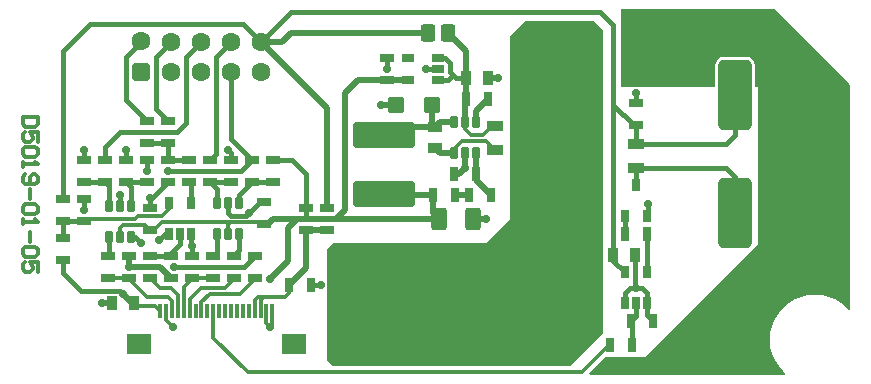
<source format=gtl>
G04*
G04 #@! TF.GenerationSoftware,Altium Limited,Altium Designer,20.1.11 (218)*
G04*
G04 Layer_Physical_Order=1*
G04 Layer_Color=255*
%FSLAX25Y25*%
%MOIN*%
G70*
G04*
G04 #@! TF.SameCoordinates,8152623E-C4D5-4017-8556-DC002FEE392B*
G04*
G04*
G04 #@! TF.FilePolarity,Positive*
G04*
G01*
G75*
G04:AMPARAMS|DCode=28|XSize=49.21mil|YSize=27.56mil|CornerRadius=2.76mil|HoleSize=0mil|Usage=FLASHONLY|Rotation=0.000|XOffset=0mil|YOffset=0mil|HoleType=Round|Shape=RoundedRectangle|*
%AMROUNDEDRECTD28*
21,1,0.04921,0.02205,0,0,0.0*
21,1,0.04370,0.02756,0,0,0.0*
1,1,0.00551,0.02185,-0.01102*
1,1,0.00551,-0.02185,-0.01102*
1,1,0.00551,-0.02185,0.01102*
1,1,0.00551,0.02185,0.01102*
%
%ADD28ROUNDEDRECTD28*%
G04:AMPARAMS|DCode=29|XSize=236.22mil|YSize=110.24mil|CornerRadius=16.54mil|HoleSize=0mil|Usage=FLASHONLY|Rotation=90.000|XOffset=0mil|YOffset=0mil|HoleType=Round|Shape=RoundedRectangle|*
%AMROUNDEDRECTD29*
21,1,0.23622,0.07717,0,0,90.0*
21,1,0.20315,0.11024,0,0,90.0*
1,1,0.03307,0.03858,0.10158*
1,1,0.03307,0.03858,-0.10158*
1,1,0.03307,-0.03858,-0.10158*
1,1,0.03307,-0.03858,0.10158*
%
%ADD29ROUNDEDRECTD29*%
G04:AMPARAMS|DCode=30|XSize=23.62mil|YSize=43.31mil|CornerRadius=5.91mil|HoleSize=0mil|Usage=FLASHONLY|Rotation=0.000|XOffset=0mil|YOffset=0mil|HoleType=Round|Shape=RoundedRectangle|*
%AMROUNDEDRECTD30*
21,1,0.02362,0.03150,0,0,0.0*
21,1,0.01181,0.04331,0,0,0.0*
1,1,0.01181,0.00591,-0.01575*
1,1,0.01181,-0.00591,-0.01575*
1,1,0.01181,-0.00591,0.01575*
1,1,0.01181,0.00591,0.01575*
%
%ADD30ROUNDEDRECTD30*%
G04:AMPARAMS|DCode=31|XSize=49.21mil|YSize=31.5mil|CornerRadius=3.15mil|HoleSize=0mil|Usage=FLASHONLY|Rotation=90.000|XOffset=0mil|YOffset=0mil|HoleType=Round|Shape=RoundedRectangle|*
%AMROUNDEDRECTD31*
21,1,0.04921,0.02520,0,0,90.0*
21,1,0.04291,0.03150,0,0,90.0*
1,1,0.00630,0.01260,0.02146*
1,1,0.00630,0.01260,-0.02146*
1,1,0.00630,-0.01260,-0.02146*
1,1,0.00630,-0.01260,0.02146*
%
%ADD31ROUNDEDRECTD31*%
G04:AMPARAMS|DCode=32|XSize=49.21mil|YSize=27.56mil|CornerRadius=2.76mil|HoleSize=0mil|Usage=FLASHONLY|Rotation=270.000|XOffset=0mil|YOffset=0mil|HoleType=Round|Shape=RoundedRectangle|*
%AMROUNDEDRECTD32*
21,1,0.04921,0.02205,0,0,270.0*
21,1,0.04370,0.02756,0,0,270.0*
1,1,0.00551,-0.01102,-0.02185*
1,1,0.00551,-0.01102,0.02185*
1,1,0.00551,0.01102,0.02185*
1,1,0.00551,0.01102,-0.02185*
%
%ADD32ROUNDEDRECTD32*%
G04:AMPARAMS|DCode=33|XSize=49.21mil|YSize=31.5mil|CornerRadius=3.15mil|HoleSize=0mil|Usage=FLASHONLY|Rotation=180.000|XOffset=0mil|YOffset=0mil|HoleType=Round|Shape=RoundedRectangle|*
%AMROUNDEDRECTD33*
21,1,0.04921,0.02520,0,0,180.0*
21,1,0.04291,0.03150,0,0,180.0*
1,1,0.00630,-0.02146,0.01260*
1,1,0.00630,0.02146,0.01260*
1,1,0.00630,0.02146,-0.01260*
1,1,0.00630,-0.02146,-0.01260*
%
%ADD33ROUNDEDRECTD33*%
G04:AMPARAMS|DCode=34|XSize=72.84mil|YSize=51.18mil|CornerRadius=7.68mil|HoleSize=0mil|Usage=FLASHONLY|Rotation=270.000|XOffset=0mil|YOffset=0mil|HoleType=Round|Shape=RoundedRectangle|*
%AMROUNDEDRECTD34*
21,1,0.07284,0.03583,0,0,270.0*
21,1,0.05748,0.05118,0,0,270.0*
1,1,0.01535,-0.01791,-0.02874*
1,1,0.01535,-0.01791,0.02874*
1,1,0.01535,0.01791,0.02874*
1,1,0.01535,0.01791,-0.02874*
%
%ADD34ROUNDEDRECTD34*%
G04:AMPARAMS|DCode=35|XSize=55.12mil|YSize=31.5mil|CornerRadius=3.15mil|HoleSize=0mil|Usage=FLASHONLY|Rotation=180.000|XOffset=0mil|YOffset=0mil|HoleType=Round|Shape=RoundedRectangle|*
%AMROUNDEDRECTD35*
21,1,0.05512,0.02520,0,0,180.0*
21,1,0.04882,0.03150,0,0,180.0*
1,1,0.00630,-0.02441,0.01260*
1,1,0.00630,0.02441,0.01260*
1,1,0.00630,0.02441,-0.01260*
1,1,0.00630,-0.02441,-0.01260*
%
%ADD35ROUNDEDRECTD35*%
G04:AMPARAMS|DCode=36|XSize=55.12mil|YSize=51.18mil|CornerRadius=5.12mil|HoleSize=0mil|Usage=FLASHONLY|Rotation=270.000|XOffset=0mil|YOffset=0mil|HoleType=Round|Shape=RoundedRectangle|*
%AMROUNDEDRECTD36*
21,1,0.05512,0.04095,0,0,270.0*
21,1,0.04488,0.05118,0,0,270.0*
1,1,0.01024,-0.02047,-0.02244*
1,1,0.01024,-0.02047,0.02244*
1,1,0.01024,0.02047,0.02244*
1,1,0.01024,0.02047,-0.02244*
%
%ADD36ROUNDEDRECTD36*%
G04:AMPARAMS|DCode=37|XSize=23.62mil|YSize=43.31mil|CornerRadius=2.36mil|HoleSize=0mil|Usage=FLASHONLY|Rotation=180.000|XOffset=0mil|YOffset=0mil|HoleType=Round|Shape=RoundedRectangle|*
%AMROUNDEDRECTD37*
21,1,0.02362,0.03858,0,0,180.0*
21,1,0.01890,0.04331,0,0,180.0*
1,1,0.00472,-0.00945,0.01929*
1,1,0.00472,0.00945,0.01929*
1,1,0.00472,0.00945,-0.01929*
1,1,0.00472,-0.00945,-0.01929*
%
%ADD37ROUNDEDRECTD37*%
G04:AMPARAMS|DCode=38|XSize=86.61mil|YSize=204.72mil|CornerRadius=8.66mil|HoleSize=0mil|Usage=FLASHONLY|Rotation=90.000|XOffset=0mil|YOffset=0mil|HoleType=Round|Shape=RoundedRectangle|*
%AMROUNDEDRECTD38*
21,1,0.08661,0.18740,0,0,90.0*
21,1,0.06929,0.20472,0,0,90.0*
1,1,0.01732,0.09370,0.03465*
1,1,0.01732,0.09370,-0.03465*
1,1,0.01732,-0.09370,-0.03465*
1,1,0.01732,-0.09370,0.03465*
%
%ADD38ROUNDEDRECTD38*%
G04:AMPARAMS|DCode=39|XSize=57.09mil|YSize=49.21mil|CornerRadius=9.84mil|HoleSize=0mil|Usage=FLASHONLY|Rotation=90.000|XOffset=0mil|YOffset=0mil|HoleType=Round|Shape=RoundedRectangle|*
%AMROUNDEDRECTD39*
21,1,0.05709,0.02953,0,0,90.0*
21,1,0.03740,0.04921,0,0,90.0*
1,1,0.01968,0.01476,0.01870*
1,1,0.01968,0.01476,-0.01870*
1,1,0.01968,-0.01476,-0.01870*
1,1,0.01968,-0.01476,0.01870*
%
%ADD39ROUNDEDRECTD39*%
G04:AMPARAMS|DCode=40|XSize=23.62mil|YSize=43.31mil|CornerRadius=2.36mil|HoleSize=0mil|Usage=FLASHONLY|Rotation=270.000|XOffset=0mil|YOffset=0mil|HoleType=Round|Shape=RoundedRectangle|*
%AMROUNDEDRECTD40*
21,1,0.02362,0.03858,0,0,270.0*
21,1,0.01890,0.04331,0,0,270.0*
1,1,0.00472,-0.01929,-0.00945*
1,1,0.00472,-0.01929,0.00945*
1,1,0.00472,0.01929,0.00945*
1,1,0.00472,0.01929,-0.00945*
%
%ADD40ROUNDEDRECTD40*%
%ADD41R,0.01181X0.05118*%
%ADD42R,0.07874X0.07087*%
%ADD43C,0.01575*%
%ADD44C,0.01181*%
%ADD45C,0.01968*%
%ADD46C,0.01200*%
G04:AMPARAMS|DCode=47|XSize=62.99mil|YSize=62.99mil|CornerRadius=15.75mil|HoleSize=0mil|Usage=FLASHONLY|Rotation=0.000|XOffset=0mil|YOffset=0mil|HoleType=Round|Shape=RoundedRectangle|*
%AMROUNDEDRECTD47*
21,1,0.06299,0.03150,0,0,0.0*
21,1,0.03150,0.06299,0,0,0.0*
1,1,0.03150,0.01575,-0.01575*
1,1,0.03150,-0.01575,-0.01575*
1,1,0.03150,-0.01575,0.01575*
1,1,0.03150,0.01575,0.01575*
%
%ADD47ROUNDEDRECTD47*%
%ADD48C,0.06299*%
%ADD49C,0.02756*%
G36*
X198000Y122000D02*
X201000Y119000D01*
X201000Y18000D01*
X190000Y7000D01*
X111000Y7000D01*
X109000Y9000D01*
Y46000D01*
X111000Y48000D01*
X162000Y48000D01*
X170000Y56000D01*
Y117000D01*
X175000Y122000D01*
X198000Y122000D01*
D02*
G37*
G36*
X283431Y100717D02*
Y25741D01*
X282962Y25568D01*
X282276Y26371D01*
X280484Y27902D01*
X278474Y29133D01*
X276296Y30035D01*
X274004Y30586D01*
X271654Y30771D01*
X269303Y30586D01*
X267011Y30035D01*
X264833Y29133D01*
X262823Y27902D01*
X261031Y26371D01*
X259500Y24578D01*
X258268Y22568D01*
X257366Y20390D01*
X256816Y18098D01*
X256631Y15748D01*
X256816Y13398D01*
X257366Y11106D01*
X258268Y8928D01*
X259500Y6918D01*
X261031Y5125D01*
X261799Y4469D01*
X261626Y4000D01*
X196653Y4000D01*
X196462Y4462D01*
X202000Y10000D01*
X215000Y10000D01*
X252500Y47500D01*
X252500Y100000D01*
X251535D01*
Y107343D01*
X251444Y108035D01*
X251176Y108681D01*
X250751Y109235D01*
X250197Y109660D01*
X249551Y109928D01*
X248858Y110019D01*
X241142D01*
X240449Y109928D01*
X239804Y109660D01*
X239249Y109235D01*
X238824Y108681D01*
X238557Y108035D01*
X238465Y107343D01*
Y100000D01*
X207000Y100000D01*
X207000Y125950D01*
X258198D01*
X283431Y100717D01*
D02*
G37*
D28*
X212000Y87260D02*
D03*
Y94740D02*
D03*
X28000Y68228D02*
D03*
X35000Y68228D02*
D03*
X36000Y43740D02*
D03*
X49000Y68228D02*
D03*
X42000D02*
D03*
X64000Y43740D02*
D03*
Y36260D02*
D03*
X43000Y43740D02*
D03*
Y36260D02*
D03*
X28000Y75709D02*
D03*
X77000D02*
D03*
Y68228D02*
D03*
X88000Y61740D02*
D03*
Y54260D02*
D03*
X57000Y36260D02*
D03*
Y43740D02*
D03*
X28000Y62740D02*
D03*
Y55260D02*
D03*
X56000Y68228D02*
D03*
Y75709D02*
D03*
X129000Y102260D02*
D03*
Y109740D02*
D03*
X35000Y75709D02*
D03*
X36000Y36260D02*
D03*
X91000Y75709D02*
D03*
Y68228D02*
D03*
X84000Y68228D02*
D03*
Y75709D02*
D03*
X78000Y36260D02*
D03*
Y43740D02*
D03*
X49000Y75709D02*
D03*
X85000Y36260D02*
D03*
Y43740D02*
D03*
X42000Y75709D02*
D03*
X21000Y55260D02*
D03*
Y62740D02*
D03*
X50000Y36260D02*
D03*
Y43740D02*
D03*
X21000Y49740D02*
D03*
Y42260D02*
D03*
X63000Y68228D02*
D03*
Y75709D02*
D03*
X102000Y59740D02*
D03*
Y52260D02*
D03*
X109000Y59740D02*
D03*
Y52260D02*
D03*
X70000Y68228D02*
D03*
X56000Y88709D02*
D03*
Y81228D02*
D03*
X71000Y43740D02*
D03*
Y36260D02*
D03*
X70000Y75709D02*
D03*
X50000Y52260D02*
D03*
Y59740D02*
D03*
X49000Y88709D02*
D03*
Y81228D02*
D03*
D29*
X245000Y97185D02*
D03*
Y57815D02*
D03*
D30*
X36260Y60118D02*
D03*
Y49882D02*
D03*
X43740Y60118D02*
D03*
X72260Y50882D02*
D03*
X151260Y77882D02*
D03*
Y88118D02*
D03*
X155000D02*
D03*
X158740D02*
D03*
Y77882D02*
D03*
X79740Y61118D02*
D03*
Y50882D02*
D03*
X43740Y49882D02*
D03*
X40000D02*
D03*
Y60118D02*
D03*
X155000Y77882D02*
D03*
X76000Y50882D02*
D03*
X72260Y61118D02*
D03*
X76000D02*
D03*
D31*
X44543Y28000D02*
D03*
X37457D02*
D03*
X211543Y44000D02*
D03*
X204457D02*
D03*
X155457Y103000D02*
D03*
X162543D02*
D03*
D32*
X217740Y22000D02*
D03*
X210260D02*
D03*
X96260Y34000D02*
D03*
X103740D02*
D03*
X203260Y14000D02*
D03*
X210740D02*
D03*
X208260Y51000D02*
D03*
X215740D02*
D03*
X162740Y96000D02*
D03*
X155260D02*
D03*
X144260Y64000D02*
D03*
X151740D02*
D03*
X156260D02*
D03*
X163740D02*
D03*
X158740Y71000D02*
D03*
X151260D02*
D03*
D33*
X145000Y86543D02*
D03*
Y79457D02*
D03*
D34*
X157709Y56000D02*
D03*
X146291D02*
D03*
D35*
X165000Y86937D02*
D03*
Y79063D02*
D03*
X212000Y80937D02*
D03*
Y73063D02*
D03*
D36*
X143905Y94000D02*
D03*
X132095D02*
D03*
D37*
X60000Y50882D02*
D03*
X56260Y61118D02*
D03*
X212000Y27882D02*
D03*
Y67118D02*
D03*
X63740Y61118D02*
D03*
X215740Y38118D02*
D03*
X208260Y56882D02*
D03*
Y38118D02*
D03*
X215740Y27882D02*
D03*
X208260D02*
D03*
X63740Y50882D02*
D03*
X56260D02*
D03*
X215740Y56882D02*
D03*
D38*
X128000Y83842D02*
D03*
Y64157D02*
D03*
D39*
X149445Y118000D02*
D03*
X142555D02*
D03*
D40*
X146118Y109740D02*
D03*
Y102260D02*
D03*
X135882D02*
D03*
Y109740D02*
D03*
X146118Y106000D02*
D03*
D41*
X86827Y25189D02*
D03*
X84858D02*
D03*
X82890D02*
D03*
X80921D02*
D03*
X78953D02*
D03*
X76984D02*
D03*
X75016D02*
D03*
X73047D02*
D03*
X71079D02*
D03*
X65173D02*
D03*
X63205D02*
D03*
X61236D02*
D03*
X59268D02*
D03*
X57299D02*
D03*
X55331D02*
D03*
X53362D02*
D03*
X67142D02*
D03*
X69110D02*
D03*
X88795D02*
D03*
X90764D02*
D03*
D42*
X46276Y14362D02*
D03*
X97850D02*
D03*
D43*
X212063Y73000D02*
X242000D01*
X245000Y57815D02*
Y70000D01*
X242000Y73000D02*
X245000Y70000D01*
X212000Y73063D02*
X212063Y73000D01*
X212000Y80937D02*
X212063Y81000D01*
X242000D01*
X245000Y84000D01*
Y97185D01*
X208260Y51000D02*
X208260Y51000D01*
X208260Y51000D02*
Y56882D01*
X215740Y38118D02*
X215740Y38118D01*
Y51000D01*
X204457Y41921D02*
X208260Y38118D01*
X204457Y41921D02*
Y44000D01*
X211543Y33457D02*
X212000Y33000D01*
X211543Y33457D02*
Y44000D01*
X210000Y33000D02*
X212000D01*
X208260Y31260D02*
X210000Y33000D01*
X208260Y27882D02*
Y31260D01*
X212000Y33000D02*
X214000D01*
X215740Y31260D01*
Y27882D02*
Y31260D01*
Y24000D02*
X217740Y22000D01*
X215740Y24000D02*
Y27882D01*
X210260Y22000D02*
X212000Y23740D01*
Y27882D01*
X210260Y22000D02*
X210740Y21520D01*
Y14000D02*
Y21520D01*
X215740Y56882D02*
X216000Y57142D01*
Y61000D01*
X212000Y67118D02*
Y73063D01*
Y94740D02*
Y98000D01*
X204457Y94000D02*
Y120543D01*
Y44000D02*
Y94000D01*
X211197Y87260D01*
X212000D01*
Y80937D02*
Y87260D01*
X200000Y125000D02*
X204457Y120543D01*
X35000Y68228D02*
X36260Y66969D01*
Y60118D02*
Y66969D01*
X28000Y68228D02*
X35000D01*
X36000Y43740D02*
X36260Y44000D01*
Y45000D02*
Y49882D01*
X42000Y68228D02*
X49000D01*
X42000D02*
X43740Y66488D01*
Y60118D02*
Y66488D01*
X57000Y44740D02*
X60000Y47740D01*
X50000Y43740D02*
X57000D01*
X60000Y47740D02*
Y50882D01*
Y51000D01*
X21000Y49740D02*
Y55260D01*
X28000D01*
X28000Y55260D01*
X150000Y105000D02*
X151000Y104000D01*
X150000Y105000D02*
Y108000D01*
X146118Y109740D02*
X148260D01*
X150000Y108000D01*
X151000Y104000D02*
X152000Y103000D01*
X149260Y102260D02*
X151000Y104000D01*
X152000Y103000D02*
X155457D01*
X146118Y102260D02*
X149260D01*
X63740Y61118D02*
Y67488D01*
X63000Y68228D02*
X63740Y67488D01*
X129000Y106000D02*
Y109740D01*
X142000Y106000D02*
X146118D01*
X103740Y34000D02*
X107000D01*
X102000Y59740D02*
Y71000D01*
Y56000D02*
Y59740D01*
X76000Y79000D02*
X77000Y78000D01*
Y75709D02*
Y78000D01*
X42000Y75709D02*
Y79000D01*
X28000Y75709D02*
Y79000D01*
X21000Y62740D02*
Y112000D01*
X30000Y121000D01*
X81000D01*
X87000Y115000D01*
X50000Y63000D02*
X50772D01*
X56000Y68228D01*
X77000Y82709D02*
X84000Y75709D01*
X77000Y82709D02*
Y105000D01*
X70000Y75709D02*
X72000Y77709D01*
Y110000D01*
X77000Y115000D01*
X42000Y95709D02*
X49000Y88709D01*
X42000Y95709D02*
Y110000D01*
X47000Y115000D01*
X52000Y92709D02*
X56000Y88709D01*
X52000Y92709D02*
Y110000D01*
X57000Y115000D01*
X49000Y71969D02*
Y75709D01*
X56000D02*
Y81228D01*
X35000Y80000D02*
X40000Y85000D01*
X35000Y75709D02*
Y80000D01*
X40000Y85000D02*
X59000D01*
X62000Y88000D01*
X97291Y75709D02*
X102000Y71000D01*
X91000Y75709D02*
X97291D01*
X79740Y63968D02*
X84000Y68228D01*
X79740Y61118D02*
Y63968D01*
X70000Y68228D02*
X72260Y65969D01*
X70000Y68228D02*
X70000Y68228D01*
X72260Y61118D02*
Y65969D01*
X70000Y68228D02*
X77000D01*
X79740Y61118D02*
X80000Y61378D01*
X79740Y45480D02*
Y50882D01*
X72260Y45000D02*
Y50882D01*
X27000Y32000D02*
X39854D01*
X21000Y38000D02*
Y42260D01*
Y38000D02*
X27000Y32000D01*
X63740Y47260D02*
X64000Y47000D01*
X63740Y47260D02*
Y50882D01*
X64000Y43740D02*
Y47000D01*
X45118Y49882D02*
X47000Y48000D01*
X43740Y49882D02*
X45118D01*
X39854Y32000D02*
X41000Y30854D01*
X62000Y88000D02*
Y110000D01*
X49000Y81228D02*
X56000D01*
X62000Y110000D02*
X67000Y115000D01*
X28000Y59000D02*
Y62740D01*
X40000Y60118D02*
Y64000D01*
X50000Y59740D02*
Y63000D01*
X53000Y49000D02*
X54882Y50882D01*
X56260D01*
X56000Y71969D02*
X80260D01*
X84000Y75709D01*
X56000D02*
X63000D01*
X83000Y58000D02*
X86740Y61740D01*
X88000D01*
X82000Y57000D02*
X83000Y58000D01*
X77000Y57000D02*
X82000D01*
X76000Y58000D02*
X77000Y57000D01*
X76000Y58000D02*
Y61118D01*
X84000Y68228D02*
X84000Y68228D01*
X91000D01*
X97000Y125000D02*
X200000D01*
X87000Y115000D02*
X97000Y125000D01*
X43740Y49685D02*
Y49882D01*
X58000Y40000D02*
X81260D01*
X85000Y43740D01*
X78000D02*
X79740Y45480D01*
X71000Y43740D02*
X72260Y45000D01*
D44*
X46000Y57000D02*
X54000D01*
X56260Y59260D01*
Y61118D01*
X28740Y56000D02*
X45000D01*
X46000Y57000D01*
X28000Y55260D02*
X28740Y56000D01*
X151260Y77882D02*
Y79260D01*
X154000Y82000D01*
X162063D01*
X165000Y79063D01*
X163937Y86937D02*
X165000D01*
X161000Y84000D02*
X163937Y86937D01*
X157000Y84000D02*
X161000D01*
X155000Y86000D02*
Y88118D01*
Y86000D02*
X157000Y84000D01*
X86000Y30000D02*
X88000D01*
X84858Y28858D02*
X86000Y30000D01*
X96260Y31260D02*
Y34000D01*
X95000Y30000D02*
X96260Y31260D01*
X88000Y30000D02*
X95000D01*
X86827Y28827D02*
X88000Y30000D01*
X86827Y25189D02*
Y28827D01*
X84858Y25189D02*
Y28858D01*
X77000Y55000D02*
X88000D01*
X70000Y31000D02*
X80000D01*
X85000Y36000D02*
Y36260D01*
X80000Y31000D02*
X85000Y36000D01*
X67000Y33000D02*
X75000D01*
X78000Y36000D02*
Y36260D01*
X75000Y33000D02*
X78000Y36000D01*
X61236Y25189D02*
Y33236D01*
X64000Y36000D02*
Y36260D01*
X61236Y33236D02*
X64000Y36000D01*
X50000Y36260D02*
X53260Y33000D01*
X57000D01*
X43000Y36000D02*
Y36260D01*
X49000Y30000D02*
X56000D01*
X43000Y36000D02*
X49000Y30000D01*
X44543Y28000D02*
X45543Y27000D01*
X51551D02*
X53362Y25189D01*
X45543Y27000D02*
X51551D01*
X56000Y30000D02*
X57299Y28701D01*
Y25189D02*
Y28701D01*
X59268Y25189D02*
Y30732D01*
X57000Y33000D02*
X59268Y30732D01*
X63205Y25189D02*
Y29205D01*
X67000Y33000D01*
X82500Y5000D02*
X194000D01*
X203010Y14010D01*
X67142Y28142D02*
X70000Y31000D01*
X67142Y25189D02*
Y28142D01*
X90000Y20000D02*
X90764Y20764D01*
Y25189D01*
X88795Y21205D02*
X90000Y20000D01*
X88795Y21205D02*
Y25189D01*
X54000Y55000D02*
X77000D01*
X76000Y54000D02*
X77000Y55000D01*
X76000Y50882D02*
Y54000D01*
X51260Y52260D02*
X54000Y55000D01*
X50000Y52260D02*
X51260D01*
X40000Y49882D02*
Y53000D01*
X41000Y54000D01*
X48260D01*
X50000Y52260D01*
X43000Y36260D02*
X43000Y36260D01*
X36000Y36260D02*
X43000D01*
X64000Y36260D02*
X64000Y36260D01*
X71000D01*
X71079Y16421D02*
Y25189D01*
Y16421D02*
X82500Y5000D01*
X55331Y22169D02*
X57500Y20000D01*
X55331Y22169D02*
Y25189D01*
D45*
X146575Y77882D02*
X151260D01*
X145000Y79457D02*
X146575Y77882D01*
X128000Y83842D02*
X130701Y86543D01*
X145000D01*
X143905Y87638D02*
Y94000D01*
Y87638D02*
X145000Y86543D01*
X146575Y88118D02*
X151260D01*
X145000Y86543D02*
X146575Y88118D01*
X155457Y103000D02*
Y111988D01*
X155260Y102803D02*
X155457Y103000D01*
X155260Y96000D02*
Y102803D01*
X155000Y95740D02*
X155260Y96000D01*
X155000Y88118D02*
Y95740D01*
X149445Y118000D02*
X155457Y111988D01*
X102000Y52260D02*
X109000D01*
X102000Y39740D02*
Y52260D01*
X96260Y34000D02*
X102000Y39740D01*
X158740Y88118D02*
Y92000D01*
X162740Y96000D01*
X151740Y64000D02*
X156260D01*
X158740Y71000D02*
Y77882D01*
Y69000D02*
Y71000D01*
Y69000D02*
X163740Y64000D01*
X87000Y115000D02*
X94000D01*
X97000Y118000D02*
X142555D01*
X94000Y115000D02*
X97000Y118000D01*
X112000Y56000D02*
X146291D01*
X102000D02*
X112000D01*
X115000Y59000D01*
Y98000D01*
X119260Y102260D01*
X129000D01*
X135882D01*
X87000Y115000D02*
X109000Y93000D01*
Y59740D02*
Y93000D01*
X90000Y36000D02*
X96000Y42000D01*
X99000Y56000D02*
X102000D01*
X91000D02*
X99000D01*
X96000Y53000D02*
X99000Y56000D01*
X96000Y42000D02*
Y53000D01*
X89000Y54000D02*
X91000Y56000D01*
X88000Y54260D02*
X88260Y54000D01*
X127000Y94000D02*
X132095D01*
X162543Y103000D02*
X166000D01*
X153000Y71000D02*
X155000Y73000D01*
X151260Y71000D02*
X153000D01*
X155000Y73000D02*
Y77882D01*
X157709Y56000D02*
X162000D01*
X144260Y58031D02*
X146291Y56000D01*
X144260Y58031D02*
Y64000D01*
X128157D02*
X144260D01*
X128000Y64157D02*
X128157Y64000D01*
X34000Y28000D02*
X37457D01*
X53260Y40000D02*
X57000Y36260D01*
X43000Y40000D02*
X53260D01*
X43000D02*
Y43740D01*
X43854Y28000D02*
X44543D01*
X41000Y30854D02*
X43854Y28000D01*
D46*
X12498Y90000D02*
X7500D01*
Y87501D01*
X8333Y86668D01*
X11665D01*
X12498Y87501D01*
Y90000D01*
Y81669D02*
Y85002D01*
X9999D01*
X10832Y83336D01*
Y82502D01*
X9999Y81669D01*
X8333D01*
X7500Y82502D01*
Y84169D01*
X8333Y85002D01*
X11665Y80003D02*
X12498Y79170D01*
Y77504D01*
X11665Y76671D01*
X8333D01*
X7500Y77504D01*
Y79170D01*
X8333Y80003D01*
X11665D01*
X7500Y75005D02*
Y73339D01*
Y74172D01*
X12498D01*
X11665Y75005D01*
X8333Y70840D02*
X7500Y70007D01*
Y68340D01*
X8333Y67507D01*
X11665D01*
X12498Y68340D01*
Y70007D01*
X11665Y70840D01*
X10832D01*
X9999Y70007D01*
Y67507D01*
Y65841D02*
Y62509D01*
X11665Y60843D02*
X12498Y60010D01*
Y58344D01*
X11665Y57511D01*
X8333D01*
X7500Y58344D01*
Y60010D01*
X8333Y60843D01*
X11665D01*
X7500Y55844D02*
Y54178D01*
Y55011D01*
X12498D01*
X11665Y55844D01*
X9999Y51679D02*
Y48347D01*
X11665Y46681D02*
X12498Y45848D01*
Y44181D01*
X11665Y43348D01*
X8333D01*
X7500Y44181D01*
Y45848D01*
X8333Y46681D01*
X11665D01*
X12498Y38350D02*
Y41682D01*
X9999D01*
X10832Y40016D01*
Y39183D01*
X9999Y38350D01*
X8333D01*
X7500Y39183D01*
Y40849D01*
X8333Y41682D01*
D47*
X47000Y105000D02*
D03*
D48*
Y115118D02*
D03*
X57000Y105000D02*
D03*
Y115000D02*
D03*
X67000Y105000D02*
D03*
Y115000D02*
D03*
X77000Y105000D02*
D03*
Y115000D02*
D03*
X87000Y105000D02*
D03*
Y115000D02*
D03*
D49*
X219000Y10000D02*
D03*
X212000Y33000D02*
D03*
X216000Y61000D02*
D03*
X212000Y98000D02*
D03*
X129000Y106000D02*
D03*
X142000D02*
D03*
X90000Y36000D02*
D03*
X107000Y34000D02*
D03*
X64000Y47000D02*
D03*
X49000Y71969D02*
D03*
X28000Y59000D02*
D03*
X40000Y64000D02*
D03*
X53000Y49000D02*
D03*
X56000Y71969D02*
D03*
X203000Y6000D02*
D03*
X210000Y103000D02*
D03*
X34000Y28000D02*
D03*
X58000Y40000D02*
D03*
X43000D02*
D03*
X28000Y79000D02*
D03*
X83000Y58000D02*
D03*
X162000Y56000D02*
D03*
X127000Y94000D02*
D03*
X42000Y79000D02*
D03*
X50000Y63000D02*
D03*
X257000Y6000D02*
D03*
X281000Y31000D02*
D03*
Y100000D02*
D03*
X255000Y97500D02*
D03*
X257000Y123000D02*
D03*
X169000Y49000D02*
D03*
X255000Y42500D02*
D03*
X197000Y118000D02*
D03*
X189000Y10000D02*
D03*
X198000Y19000D02*
D03*
X176000Y118000D02*
D03*
X112000Y10000D02*
D03*
Y45000D02*
D03*
X41000Y30854D02*
D03*
X47000Y48000D02*
D03*
X166000Y103000D02*
D03*
X155000Y73000D02*
D03*
X76000Y79000D02*
D03*
X57500Y20000D02*
D03*
X210000Y123000D02*
D03*
X90000Y20000D02*
D03*
M02*

</source>
